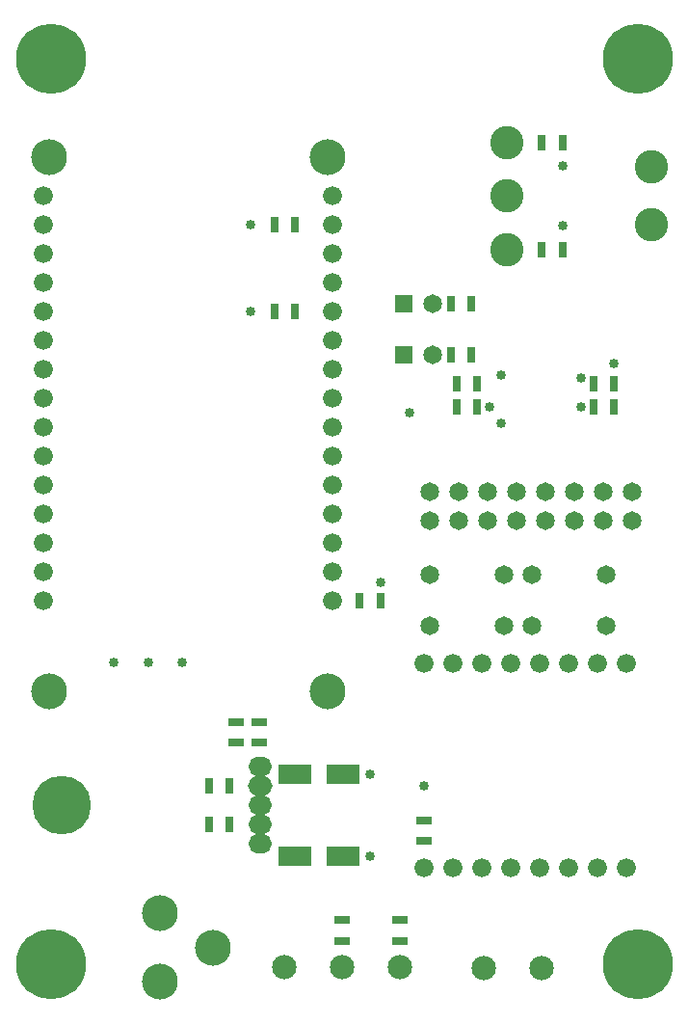
<source format=gbr>
%TF.GenerationSoftware,Altium Limited,Altium Designer,25.2.1 (25)*%
G04 Layer_Color=16711935*
%FSLAX43Y43*%
%MOMM*%
%TF.SameCoordinates,B664DB7D-B6DB-4AC9-9DB7-209C64ECDA10*%
%TF.FilePolarity,Negative*%
%TF.FileFunction,Soldermask,Bot*%
%TF.Part,Single*%
G01*
G75*
%TA.AperFunction,ComponentPad*%
%ADD40C,1.650*%
%ADD41R,1.650X1.650*%
%ADD42C,3.150*%
%ADD43C,1.674*%
%ADD44C,2.925*%
%ADD45C,2.150*%
%ADD46C,5.150*%
%ADD47O,2.050X1.700*%
%ADD48O,2.150X1.730*%
%ADD49C,6.150*%
%TA.AperFunction,ViaPad*%
%ADD50C,0.850*%
%TA.AperFunction,SMDPad,CuDef*%
%ADD51R,2.950X1.750*%
%ADD52R,0.750X1.400*%
%ADD53R,1.400X0.750*%
D40*
X52990Y46040D02*
D03*
X55530D02*
D03*
X50450D02*
D03*
X37750Y46040D02*
D03*
X40290D02*
D03*
X42830D02*
D03*
X45370Y46040D02*
D03*
X47910Y46040D02*
D03*
X40290Y43500D02*
D03*
X37750D02*
D03*
X45370D02*
D03*
X42830D02*
D03*
X50450D02*
D03*
X47910D02*
D03*
X55530Y43500D02*
D03*
X52990D02*
D03*
X38000Y58000D02*
D03*
X53250Y34250D02*
D03*
X46750D02*
D03*
X53250Y38750D02*
D03*
X46750D02*
D03*
X37750D02*
D03*
X44250D02*
D03*
X37750Y34250D02*
D03*
X44250D02*
D03*
X38000Y62500D02*
D03*
D41*
X35460Y58000D02*
D03*
Y62500D02*
D03*
D42*
X28780Y75430D02*
D03*
Y28480D02*
D03*
X4270Y75430D02*
D03*
Y28480D02*
D03*
X18700Y6000D02*
D03*
X14000Y9000D02*
D03*
Y3000D02*
D03*
D43*
X29200Y69460D02*
D03*
Y66920D02*
D03*
Y72000D02*
D03*
Y36440D02*
D03*
Y38980D02*
D03*
Y41520D02*
D03*
Y44060D02*
D03*
Y46600D02*
D03*
Y49140D02*
D03*
Y51680D02*
D03*
Y54220D02*
D03*
Y56760D02*
D03*
Y59300D02*
D03*
Y61840D02*
D03*
Y64380D02*
D03*
X3800Y36440D02*
D03*
Y44060D02*
D03*
Y46600D02*
D03*
Y49140D02*
D03*
Y51680D02*
D03*
Y54220D02*
D03*
Y56760D02*
D03*
Y59300D02*
D03*
Y61840D02*
D03*
Y64380D02*
D03*
Y66920D02*
D03*
Y69460D02*
D03*
Y72000D02*
D03*
Y38980D02*
D03*
Y41520D02*
D03*
X55000Y13000D02*
D03*
X52460D02*
D03*
X49920D02*
D03*
X47380D02*
D03*
X44840D02*
D03*
X42300D02*
D03*
X39760D02*
D03*
X37220D02*
D03*
X55000Y30980D02*
D03*
X52460D02*
D03*
X49920D02*
D03*
X47380D02*
D03*
X44840D02*
D03*
X42300D02*
D03*
X39760D02*
D03*
X37220D02*
D03*
D44*
X57200Y69460D02*
D03*
Y74540D02*
D03*
X44500Y67300D02*
D03*
Y72000D02*
D03*
Y76700D02*
D03*
D45*
X35080Y4300D02*
D03*
X30000D02*
D03*
X24920D02*
D03*
X47580Y4200D02*
D03*
X42500D02*
D03*
D46*
X5438Y18500D02*
D03*
D47*
X22812Y15100D02*
D03*
Y16800D02*
D03*
Y21900D02*
D03*
Y18500D02*
D03*
D48*
Y20200D02*
D03*
D49*
X4500Y84000D02*
D03*
X56000D02*
D03*
X4500Y4500D02*
D03*
X56000D02*
D03*
D50*
X44000Y56250D02*
D03*
X36000Y53000D02*
D03*
X51000Y56000D02*
D03*
X44000Y52000D02*
D03*
X37220Y20200D02*
D03*
X33400Y38100D02*
D03*
X53900Y57250D02*
D03*
X51000Y53500D02*
D03*
X43000D02*
D03*
X32500Y14000D02*
D03*
Y21200D02*
D03*
X16000Y31000D02*
D03*
X13000D02*
D03*
X10000D02*
D03*
X49400Y74600D02*
D03*
Y69400D02*
D03*
X22000Y69460D02*
D03*
Y61840D02*
D03*
D51*
X30150Y14000D02*
D03*
X25850D02*
D03*
X30150Y21200D02*
D03*
X25850D02*
D03*
D52*
X52100Y53500D02*
D03*
X53900D02*
D03*
X52100Y55500D02*
D03*
X53900D02*
D03*
X24100Y61840D02*
D03*
X25900D02*
D03*
X33400Y36440D02*
D03*
X31600D02*
D03*
X24100Y69460D02*
D03*
X25900D02*
D03*
X40100Y55500D02*
D03*
X41900D02*
D03*
X40100Y53500D02*
D03*
X41900D02*
D03*
X49400Y67300D02*
D03*
X47600D02*
D03*
X49400Y76700D02*
D03*
X47600D02*
D03*
X39600Y58000D02*
D03*
X41400D02*
D03*
X39600Y62500D02*
D03*
X41400D02*
D03*
X18350Y20200D02*
D03*
X20150D02*
D03*
X18350Y16800D02*
D03*
X20150D02*
D03*
D53*
X37220Y17150D02*
D03*
Y15350D02*
D03*
X35080Y8400D02*
D03*
Y6600D02*
D03*
X30000Y8400D02*
D03*
Y6600D02*
D03*
X20750Y23992D02*
D03*
Y25792D02*
D03*
X22750Y25781D02*
D03*
Y23981D02*
D03*
%TF.MD5,002d1d506961ecebe5cc1618522c4b0b*%
M02*

</source>
